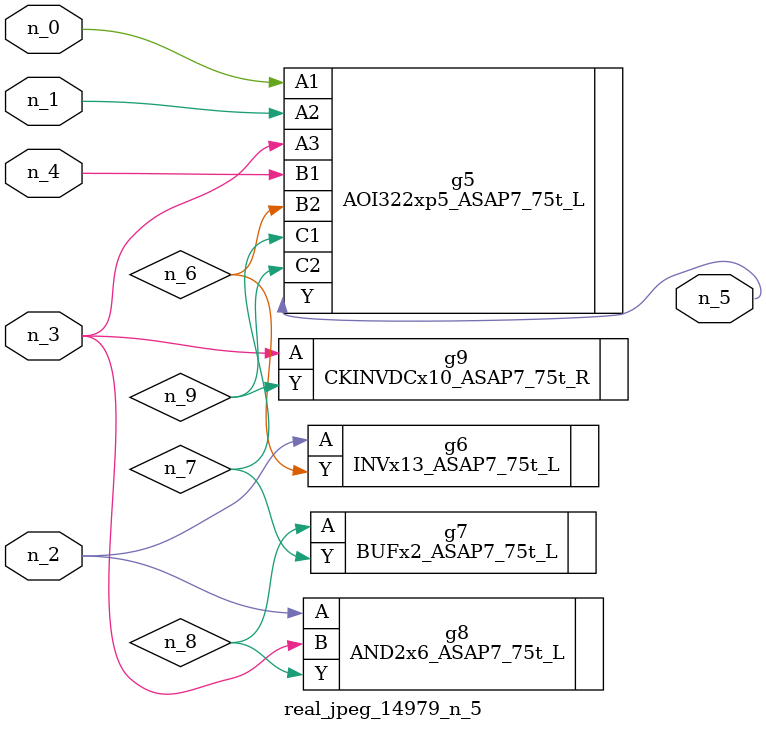
<source format=v>
module real_jpeg_14979_n_5 (n_4, n_0, n_1, n_2, n_3, n_5);

input n_4;
input n_0;
input n_1;
input n_2;
input n_3;

output n_5;

wire n_8;
wire n_6;
wire n_7;
wire n_9;

AOI322xp5_ASAP7_75t_L g5 ( 
.A1(n_0),
.A2(n_1),
.A3(n_3),
.B1(n_4),
.B2(n_6),
.C1(n_7),
.C2(n_9),
.Y(n_5)
);

INVx13_ASAP7_75t_L g6 ( 
.A(n_2),
.Y(n_6)
);

AND2x6_ASAP7_75t_L g8 ( 
.A(n_2),
.B(n_3),
.Y(n_8)
);

CKINVDCx10_ASAP7_75t_R g9 ( 
.A(n_3),
.Y(n_9)
);

BUFx2_ASAP7_75t_L g7 ( 
.A(n_8),
.Y(n_7)
);


endmodule
</source>
